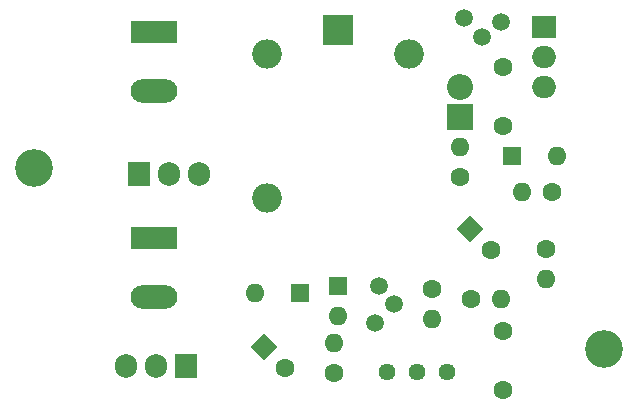
<source format=gts>
%TF.GenerationSoftware,KiCad,Pcbnew,6.0.8+dfsg-1*%
%TF.CreationDate,2022-10-17T05:11:54+01:00*%
%TF.ProjectId,CapInrushLimBB-rounded,43617049-6e72-4757-9368-4c696d42422d,rev?*%
%TF.SameCoordinates,Original*%
%TF.FileFunction,Soldermask,Top*%
%TF.FilePolarity,Negative*%
%FSLAX46Y46*%
G04 Gerber Fmt 4.6, Leading zero omitted, Abs format (unit mm)*
G04 Created by KiCad (PCBNEW 6.0.8+dfsg-1) date 2022-10-17 05:11:54*
%MOMM*%
%LPD*%
G01*
G04 APERTURE LIST*
G04 Aperture macros list*
%AMRotRect*
0 Rectangle, with rotation*
0 The origin of the aperture is its center*
0 $1 length*
0 $2 width*
0 $3 Rotation angle, in degrees counterclockwise*
0 Add horizontal line*
21,1,$1,$2,0,0,$3*%
G04 Aperture macros list end*
%ADD10R,2.500000X2.500000*%
%ADD11O,2.500000X2.500000*%
%ADD12RotRect,1.600000X1.600000X315.000000*%
%ADD13C,1.600000*%
%ADD14R,1.600000X1.600000*%
%ADD15O,1.600000X1.600000*%
%ADD16C,1.440000*%
%ADD17C,1.500000*%
%ADD18R,1.905000X2.000000*%
%ADD19O,1.905000X2.000000*%
%ADD20R,3.960000X1.980000*%
%ADD21O,3.960000X1.980000*%
%ADD22C,3.200000*%
%ADD23R,2.000000X1.905000*%
%ADD24O,2.000000X1.905000*%
%ADD25R,2.200000X2.200000*%
%ADD26O,2.200000X2.200000*%
G04 APERTURE END LIST*
D10*
X236540565Y-128532500D03*
D11*
X230540565Y-130532500D03*
X230540565Y-142732500D03*
X242540565Y-130532500D03*
D12*
X247721682Y-145371323D03*
D13*
X249489449Y-147139090D03*
D14*
X236537500Y-150177500D03*
D15*
X236537500Y-152717500D03*
D13*
X247811815Y-151288750D03*
D15*
X250351815Y-151288750D03*
D16*
X240665000Y-157480000D03*
X243205000Y-157480000D03*
X245745000Y-157480000D03*
D17*
X247176816Y-127518750D03*
X248764316Y-129106250D03*
X250351816Y-127836250D03*
D18*
X219710000Y-140712500D03*
D19*
X222250000Y-140712500D03*
X224790000Y-140712500D03*
D14*
X233368630Y-150812500D03*
D15*
X229558630Y-150812500D03*
D17*
X239712500Y-153352500D03*
X241300000Y-151765000D03*
X240030000Y-150177500D03*
D13*
X244475000Y-150495000D03*
D15*
X244475000Y-153035000D03*
D12*
X230256117Y-155394733D03*
D13*
X232023884Y-157162500D03*
X254638065Y-142240000D03*
D15*
X252098065Y-142240000D03*
D20*
X220980000Y-146142500D03*
D21*
X220980000Y-151142500D03*
D22*
X259083065Y-155575000D03*
D14*
X251304315Y-139223750D03*
D15*
X255114315Y-139223750D03*
D13*
X250507500Y-153987500D03*
X250507500Y-158987500D03*
D23*
X254000000Y-128270000D03*
D24*
X254000000Y-130810000D03*
X254000000Y-133350000D03*
D20*
X220980000Y-128680000D03*
D21*
X220980000Y-133680000D03*
D13*
X246859315Y-140970000D03*
D15*
X246859315Y-138430000D03*
D25*
X246859315Y-135890000D03*
D26*
X246859315Y-133350000D03*
D13*
X254161815Y-147068750D03*
D15*
X254161815Y-149608750D03*
D13*
X236220000Y-157572500D03*
D15*
X236220000Y-155032500D03*
D22*
X210820000Y-140176250D03*
D13*
X250510565Y-136643750D03*
X250510565Y-131643750D03*
D18*
X223681815Y-156933900D03*
D19*
X221141815Y-156933900D03*
X218601815Y-156933900D03*
M02*

</source>
